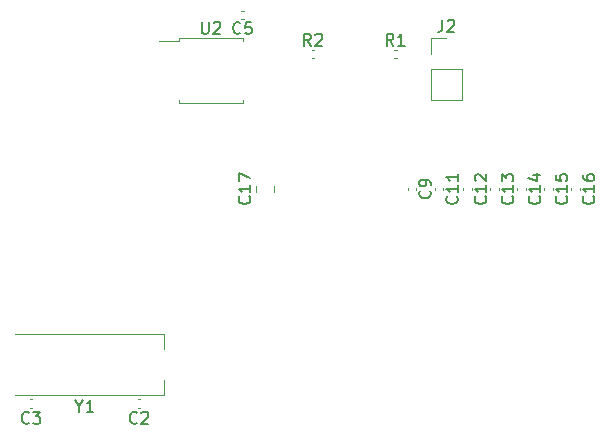
<source format=gbr>
G04 #@! TF.GenerationSoftware,KiCad,Pcbnew,(5.1.12)-1*
G04 #@! TF.CreationDate,2023-01-19T19:38:23-07:00*
G04 #@! TF.ProjectId,keyboard,6b657962-6f61-4726-942e-6b696361645f,rev?*
G04 #@! TF.SameCoordinates,Original*
G04 #@! TF.FileFunction,Legend,Top*
G04 #@! TF.FilePolarity,Positive*
%FSLAX46Y46*%
G04 Gerber Fmt 4.6, Leading zero omitted, Abs format (unit mm)*
G04 Created by KiCad (PCBNEW (5.1.12)-1) date 2023-01-19 19:38:23*
%MOMM*%
%LPD*%
G01*
G04 APERTURE LIST*
%ADD10C,0.120000*%
%ADD11C,0.150000*%
G04 APERTURE END LIST*
D10*
X308610000Y-65463000D02*
X311335000Y-65463000D01*
X311335000Y-65463000D02*
X311335000Y-65203000D01*
X308610000Y-65463000D02*
X305885000Y-65463000D01*
X305885000Y-65463000D02*
X305885000Y-65203000D01*
X308610000Y-60013000D02*
X311335000Y-60013000D01*
X311335000Y-60013000D02*
X311335000Y-60273000D01*
X308610000Y-60013000D02*
X305885000Y-60013000D01*
X305885000Y-60013000D02*
X305885000Y-60273000D01*
X305885000Y-60273000D02*
X304210000Y-60273000D01*
X304642000Y-85080000D02*
X292042000Y-85080000D01*
X304642000Y-90180000D02*
X304642000Y-88930000D01*
X292042000Y-90180000D02*
X304642000Y-90180000D01*
X304642000Y-86330000D02*
X304642000Y-85080000D01*
X317138164Y-60981000D02*
X317353836Y-60981000D01*
X317138164Y-61701000D02*
X317353836Y-61701000D01*
X324123164Y-60981000D02*
X324338836Y-60981000D01*
X324123164Y-61701000D02*
X324338836Y-61701000D01*
X327219000Y-65211000D02*
X329879000Y-65211000D01*
X327219000Y-62611000D02*
X327219000Y-65211000D01*
X329879000Y-62611000D02*
X329879000Y-65211000D01*
X327219000Y-62611000D02*
X329879000Y-62611000D01*
X327219000Y-61341000D02*
X327219000Y-60011000D01*
X327219000Y-60011000D02*
X328549000Y-60011000D01*
X312447000Y-73032252D02*
X312447000Y-72509748D01*
X313917000Y-73032252D02*
X313917000Y-72509748D01*
X339831000Y-72663164D02*
X339831000Y-72878836D01*
X339111000Y-72663164D02*
X339111000Y-72878836D01*
X337545000Y-72663164D02*
X337545000Y-72878836D01*
X336825000Y-72663164D02*
X336825000Y-72878836D01*
X335259000Y-72663164D02*
X335259000Y-72878836D01*
X334539000Y-72663164D02*
X334539000Y-72878836D01*
X332973000Y-72663164D02*
X332973000Y-72878836D01*
X332253000Y-72663164D02*
X332253000Y-72878836D01*
X330687000Y-72663164D02*
X330687000Y-72878836D01*
X329967000Y-72663164D02*
X329967000Y-72878836D01*
X328274000Y-72663164D02*
X328274000Y-72878836D01*
X327554000Y-72663164D02*
X327554000Y-72878836D01*
X325988000Y-72663164D02*
X325988000Y-72878836D01*
X325268000Y-72663164D02*
X325268000Y-72878836D01*
X311384836Y-58399000D02*
X311169164Y-58399000D01*
X311384836Y-57679000D02*
X311169164Y-57679000D01*
X293262164Y-90572000D02*
X293477836Y-90572000D01*
X293262164Y-91292000D02*
X293477836Y-91292000D01*
X302406164Y-90572000D02*
X302621836Y-90572000D01*
X302406164Y-91292000D02*
X302621836Y-91292000D01*
D11*
X307848095Y-58630380D02*
X307848095Y-59439904D01*
X307895714Y-59535142D01*
X307943333Y-59582761D01*
X308038571Y-59630380D01*
X308229047Y-59630380D01*
X308324285Y-59582761D01*
X308371904Y-59535142D01*
X308419523Y-59439904D01*
X308419523Y-58630380D01*
X308848095Y-58725619D02*
X308895714Y-58678000D01*
X308990952Y-58630380D01*
X309229047Y-58630380D01*
X309324285Y-58678000D01*
X309371904Y-58725619D01*
X309419523Y-58820857D01*
X309419523Y-58916095D01*
X309371904Y-59058952D01*
X308800476Y-59630380D01*
X309419523Y-59630380D01*
X297465809Y-91156190D02*
X297465809Y-91632380D01*
X297132476Y-90632380D02*
X297465809Y-91156190D01*
X297799142Y-90632380D01*
X298656285Y-91632380D02*
X298084857Y-91632380D01*
X298370571Y-91632380D02*
X298370571Y-90632380D01*
X298275333Y-90775238D01*
X298180095Y-90870476D01*
X298084857Y-90918095D01*
X317079333Y-60633380D02*
X316746000Y-60157190D01*
X316507904Y-60633380D02*
X316507904Y-59633380D01*
X316888857Y-59633380D01*
X316984095Y-59681000D01*
X317031714Y-59728619D01*
X317079333Y-59823857D01*
X317079333Y-59966714D01*
X317031714Y-60061952D01*
X316984095Y-60109571D01*
X316888857Y-60157190D01*
X316507904Y-60157190D01*
X317460285Y-59728619D02*
X317507904Y-59681000D01*
X317603142Y-59633380D01*
X317841238Y-59633380D01*
X317936476Y-59681000D01*
X317984095Y-59728619D01*
X318031714Y-59823857D01*
X318031714Y-59919095D01*
X317984095Y-60061952D01*
X317412666Y-60633380D01*
X318031714Y-60633380D01*
X324064333Y-60633380D02*
X323731000Y-60157190D01*
X323492904Y-60633380D02*
X323492904Y-59633380D01*
X323873857Y-59633380D01*
X323969095Y-59681000D01*
X324016714Y-59728619D01*
X324064333Y-59823857D01*
X324064333Y-59966714D01*
X324016714Y-60061952D01*
X323969095Y-60109571D01*
X323873857Y-60157190D01*
X323492904Y-60157190D01*
X325016714Y-60633380D02*
X324445285Y-60633380D01*
X324731000Y-60633380D02*
X324731000Y-59633380D01*
X324635761Y-59776238D01*
X324540523Y-59871476D01*
X324445285Y-59919095D01*
X328215666Y-58463380D02*
X328215666Y-59177666D01*
X328168047Y-59320523D01*
X328072809Y-59415761D01*
X327929952Y-59463380D01*
X327834714Y-59463380D01*
X328644238Y-58558619D02*
X328691857Y-58511000D01*
X328787095Y-58463380D01*
X329025190Y-58463380D01*
X329120428Y-58511000D01*
X329168047Y-58558619D01*
X329215666Y-58653857D01*
X329215666Y-58749095D01*
X329168047Y-58891952D01*
X328596619Y-59463380D01*
X329215666Y-59463380D01*
X311859142Y-73413857D02*
X311906761Y-73461476D01*
X311954380Y-73604333D01*
X311954380Y-73699571D01*
X311906761Y-73842428D01*
X311811523Y-73937666D01*
X311716285Y-73985285D01*
X311525809Y-74032904D01*
X311382952Y-74032904D01*
X311192476Y-73985285D01*
X311097238Y-73937666D01*
X311002000Y-73842428D01*
X310954380Y-73699571D01*
X310954380Y-73604333D01*
X311002000Y-73461476D01*
X311049619Y-73413857D01*
X311954380Y-72461476D02*
X311954380Y-73032904D01*
X311954380Y-72747190D02*
X310954380Y-72747190D01*
X311097238Y-72842428D01*
X311192476Y-72937666D01*
X311240095Y-73032904D01*
X310954380Y-72128142D02*
X310954380Y-71461476D01*
X311954380Y-71890047D01*
X340988142Y-73413857D02*
X341035761Y-73461476D01*
X341083380Y-73604333D01*
X341083380Y-73699571D01*
X341035761Y-73842428D01*
X340940523Y-73937666D01*
X340845285Y-73985285D01*
X340654809Y-74032904D01*
X340511952Y-74032904D01*
X340321476Y-73985285D01*
X340226238Y-73937666D01*
X340131000Y-73842428D01*
X340083380Y-73699571D01*
X340083380Y-73604333D01*
X340131000Y-73461476D01*
X340178619Y-73413857D01*
X341083380Y-72461476D02*
X341083380Y-73032904D01*
X341083380Y-72747190D02*
X340083380Y-72747190D01*
X340226238Y-72842428D01*
X340321476Y-72937666D01*
X340369095Y-73032904D01*
X340083380Y-71604333D02*
X340083380Y-71794809D01*
X340131000Y-71890047D01*
X340178619Y-71937666D01*
X340321476Y-72032904D01*
X340511952Y-72080523D01*
X340892904Y-72080523D01*
X340988142Y-72032904D01*
X341035761Y-71985285D01*
X341083380Y-71890047D01*
X341083380Y-71699571D01*
X341035761Y-71604333D01*
X340988142Y-71556714D01*
X340892904Y-71509095D01*
X340654809Y-71509095D01*
X340559571Y-71556714D01*
X340511952Y-71604333D01*
X340464333Y-71699571D01*
X340464333Y-71890047D01*
X340511952Y-71985285D01*
X340559571Y-72032904D01*
X340654809Y-72080523D01*
X338702142Y-73413857D02*
X338749761Y-73461476D01*
X338797380Y-73604333D01*
X338797380Y-73699571D01*
X338749761Y-73842428D01*
X338654523Y-73937666D01*
X338559285Y-73985285D01*
X338368809Y-74032904D01*
X338225952Y-74032904D01*
X338035476Y-73985285D01*
X337940238Y-73937666D01*
X337845000Y-73842428D01*
X337797380Y-73699571D01*
X337797380Y-73604333D01*
X337845000Y-73461476D01*
X337892619Y-73413857D01*
X338797380Y-72461476D02*
X338797380Y-73032904D01*
X338797380Y-72747190D02*
X337797380Y-72747190D01*
X337940238Y-72842428D01*
X338035476Y-72937666D01*
X338083095Y-73032904D01*
X337797380Y-71556714D02*
X337797380Y-72032904D01*
X338273571Y-72080523D01*
X338225952Y-72032904D01*
X338178333Y-71937666D01*
X338178333Y-71699571D01*
X338225952Y-71604333D01*
X338273571Y-71556714D01*
X338368809Y-71509095D01*
X338606904Y-71509095D01*
X338702142Y-71556714D01*
X338749761Y-71604333D01*
X338797380Y-71699571D01*
X338797380Y-71937666D01*
X338749761Y-72032904D01*
X338702142Y-72080523D01*
X336416142Y-73413857D02*
X336463761Y-73461476D01*
X336511380Y-73604333D01*
X336511380Y-73699571D01*
X336463761Y-73842428D01*
X336368523Y-73937666D01*
X336273285Y-73985285D01*
X336082809Y-74032904D01*
X335939952Y-74032904D01*
X335749476Y-73985285D01*
X335654238Y-73937666D01*
X335559000Y-73842428D01*
X335511380Y-73699571D01*
X335511380Y-73604333D01*
X335559000Y-73461476D01*
X335606619Y-73413857D01*
X336511380Y-72461476D02*
X336511380Y-73032904D01*
X336511380Y-72747190D02*
X335511380Y-72747190D01*
X335654238Y-72842428D01*
X335749476Y-72937666D01*
X335797095Y-73032904D01*
X335844714Y-71604333D02*
X336511380Y-71604333D01*
X335463761Y-71842428D02*
X336178047Y-72080523D01*
X336178047Y-71461476D01*
X334130142Y-73413857D02*
X334177761Y-73461476D01*
X334225380Y-73604333D01*
X334225380Y-73699571D01*
X334177761Y-73842428D01*
X334082523Y-73937666D01*
X333987285Y-73985285D01*
X333796809Y-74032904D01*
X333653952Y-74032904D01*
X333463476Y-73985285D01*
X333368238Y-73937666D01*
X333273000Y-73842428D01*
X333225380Y-73699571D01*
X333225380Y-73604333D01*
X333273000Y-73461476D01*
X333320619Y-73413857D01*
X334225380Y-72461476D02*
X334225380Y-73032904D01*
X334225380Y-72747190D02*
X333225380Y-72747190D01*
X333368238Y-72842428D01*
X333463476Y-72937666D01*
X333511095Y-73032904D01*
X333225380Y-72128142D02*
X333225380Y-71509095D01*
X333606333Y-71842428D01*
X333606333Y-71699571D01*
X333653952Y-71604333D01*
X333701571Y-71556714D01*
X333796809Y-71509095D01*
X334034904Y-71509095D01*
X334130142Y-71556714D01*
X334177761Y-71604333D01*
X334225380Y-71699571D01*
X334225380Y-71985285D01*
X334177761Y-72080523D01*
X334130142Y-72128142D01*
X331844142Y-73413857D02*
X331891761Y-73461476D01*
X331939380Y-73604333D01*
X331939380Y-73699571D01*
X331891761Y-73842428D01*
X331796523Y-73937666D01*
X331701285Y-73985285D01*
X331510809Y-74032904D01*
X331367952Y-74032904D01*
X331177476Y-73985285D01*
X331082238Y-73937666D01*
X330987000Y-73842428D01*
X330939380Y-73699571D01*
X330939380Y-73604333D01*
X330987000Y-73461476D01*
X331034619Y-73413857D01*
X331939380Y-72461476D02*
X331939380Y-73032904D01*
X331939380Y-72747190D02*
X330939380Y-72747190D01*
X331082238Y-72842428D01*
X331177476Y-72937666D01*
X331225095Y-73032904D01*
X331034619Y-72080523D02*
X330987000Y-72032904D01*
X330939380Y-71937666D01*
X330939380Y-71699571D01*
X330987000Y-71604333D01*
X331034619Y-71556714D01*
X331129857Y-71509095D01*
X331225095Y-71509095D01*
X331367952Y-71556714D01*
X331939380Y-72128142D01*
X331939380Y-71509095D01*
X329431142Y-73413857D02*
X329478761Y-73461476D01*
X329526380Y-73604333D01*
X329526380Y-73699571D01*
X329478761Y-73842428D01*
X329383523Y-73937666D01*
X329288285Y-73985285D01*
X329097809Y-74032904D01*
X328954952Y-74032904D01*
X328764476Y-73985285D01*
X328669238Y-73937666D01*
X328574000Y-73842428D01*
X328526380Y-73699571D01*
X328526380Y-73604333D01*
X328574000Y-73461476D01*
X328621619Y-73413857D01*
X329526380Y-72461476D02*
X329526380Y-73032904D01*
X329526380Y-72747190D02*
X328526380Y-72747190D01*
X328669238Y-72842428D01*
X328764476Y-72937666D01*
X328812095Y-73032904D01*
X329526380Y-71509095D02*
X329526380Y-72080523D01*
X329526380Y-71794809D02*
X328526380Y-71794809D01*
X328669238Y-71890047D01*
X328764476Y-71985285D01*
X328812095Y-72080523D01*
X327145142Y-72937666D02*
X327192761Y-72985285D01*
X327240380Y-73128142D01*
X327240380Y-73223380D01*
X327192761Y-73366238D01*
X327097523Y-73461476D01*
X327002285Y-73509095D01*
X326811809Y-73556714D01*
X326668952Y-73556714D01*
X326478476Y-73509095D01*
X326383238Y-73461476D01*
X326288000Y-73366238D01*
X326240380Y-73223380D01*
X326240380Y-73128142D01*
X326288000Y-72985285D01*
X326335619Y-72937666D01*
X327240380Y-72461476D02*
X327240380Y-72271000D01*
X327192761Y-72175761D01*
X327145142Y-72128142D01*
X327002285Y-72032904D01*
X326811809Y-71985285D01*
X326430857Y-71985285D01*
X326335619Y-72032904D01*
X326288000Y-72080523D01*
X326240380Y-72175761D01*
X326240380Y-72366238D01*
X326288000Y-72461476D01*
X326335619Y-72509095D01*
X326430857Y-72556714D01*
X326668952Y-72556714D01*
X326764190Y-72509095D01*
X326811809Y-72461476D01*
X326859428Y-72366238D01*
X326859428Y-72175761D01*
X326811809Y-72080523D01*
X326764190Y-72032904D01*
X326668952Y-71985285D01*
X311110333Y-59556142D02*
X311062714Y-59603761D01*
X310919857Y-59651380D01*
X310824619Y-59651380D01*
X310681761Y-59603761D01*
X310586523Y-59508523D01*
X310538904Y-59413285D01*
X310491285Y-59222809D01*
X310491285Y-59079952D01*
X310538904Y-58889476D01*
X310586523Y-58794238D01*
X310681761Y-58699000D01*
X310824619Y-58651380D01*
X310919857Y-58651380D01*
X311062714Y-58699000D01*
X311110333Y-58746619D01*
X312015095Y-58651380D02*
X311538904Y-58651380D01*
X311491285Y-59127571D01*
X311538904Y-59079952D01*
X311634142Y-59032333D01*
X311872238Y-59032333D01*
X311967476Y-59079952D01*
X312015095Y-59127571D01*
X312062714Y-59222809D01*
X312062714Y-59460904D01*
X312015095Y-59556142D01*
X311967476Y-59603761D01*
X311872238Y-59651380D01*
X311634142Y-59651380D01*
X311538904Y-59603761D01*
X311491285Y-59556142D01*
X293203333Y-92559142D02*
X293155714Y-92606761D01*
X293012857Y-92654380D01*
X292917619Y-92654380D01*
X292774761Y-92606761D01*
X292679523Y-92511523D01*
X292631904Y-92416285D01*
X292584285Y-92225809D01*
X292584285Y-92082952D01*
X292631904Y-91892476D01*
X292679523Y-91797238D01*
X292774761Y-91702000D01*
X292917619Y-91654380D01*
X293012857Y-91654380D01*
X293155714Y-91702000D01*
X293203333Y-91749619D01*
X293536666Y-91654380D02*
X294155714Y-91654380D01*
X293822380Y-92035333D01*
X293965238Y-92035333D01*
X294060476Y-92082952D01*
X294108095Y-92130571D01*
X294155714Y-92225809D01*
X294155714Y-92463904D01*
X294108095Y-92559142D01*
X294060476Y-92606761D01*
X293965238Y-92654380D01*
X293679523Y-92654380D01*
X293584285Y-92606761D01*
X293536666Y-92559142D01*
X302347333Y-92559142D02*
X302299714Y-92606761D01*
X302156857Y-92654380D01*
X302061619Y-92654380D01*
X301918761Y-92606761D01*
X301823523Y-92511523D01*
X301775904Y-92416285D01*
X301728285Y-92225809D01*
X301728285Y-92082952D01*
X301775904Y-91892476D01*
X301823523Y-91797238D01*
X301918761Y-91702000D01*
X302061619Y-91654380D01*
X302156857Y-91654380D01*
X302299714Y-91702000D01*
X302347333Y-91749619D01*
X302728285Y-91749619D02*
X302775904Y-91702000D01*
X302871142Y-91654380D01*
X303109238Y-91654380D01*
X303204476Y-91702000D01*
X303252095Y-91749619D01*
X303299714Y-91844857D01*
X303299714Y-91940095D01*
X303252095Y-92082952D01*
X302680666Y-92654380D01*
X303299714Y-92654380D01*
M02*

</source>
